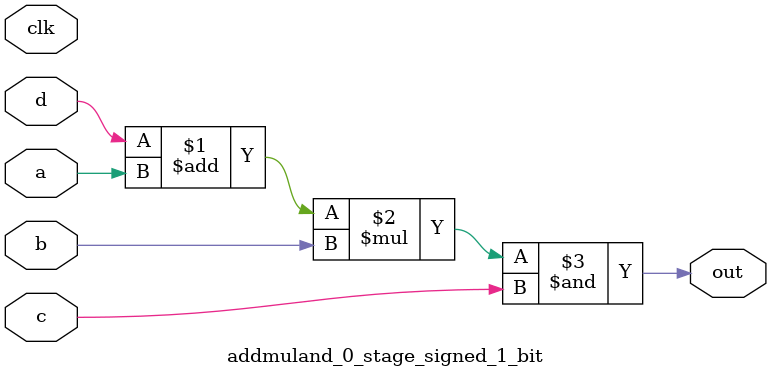
<source format=sv>
(* use_dsp = "yes" *) module addmuland_0_stage_signed_1_bit(
	input signed [0:0] a,
	input signed [0:0] b,
	input signed [0:0] c,
	input signed [0:0] d,
	output [0:0] out,
	input clk);

	assign out = ((d + a) * b) & c;
endmodule

</source>
